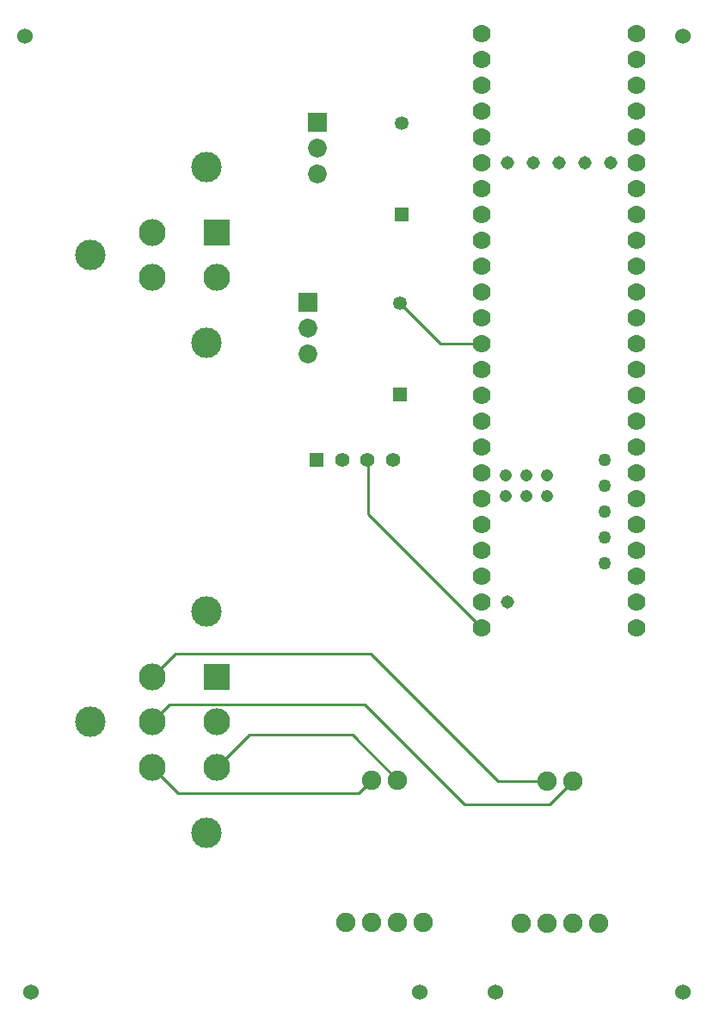
<source format=gbr>
%TF.GenerationSoftware,Altium Limited,Altium Designer,25.2.1 (25)*%
G04 Layer_Physical_Order=1*
G04 Layer_Color=255*
%FSLAX45Y45*%
%MOMM*%
%TF.SameCoordinates,263333B9-CEA0-44AE-B74E-27EC067FB1C6*%
%TF.FilePolarity,Positive*%
%TF.FileFunction,Copper,L1,Top,Signal*%
%TF.Part,Single*%
G01*
G75*
%TA.AperFunction,Conductor*%
%ADD10C,0.25400*%
%TA.AperFunction,ViaPad*%
%ADD11C,1.52400*%
%TA.AperFunction,ComponentPad*%
%ADD12C,2.99000*%
%ADD13C,2.64000*%
%ADD14R,2.64000X2.64000*%
%ADD15C,1.40000*%
%ADD16R,1.40000X1.40000*%
%ADD17C,1.77800*%
%ADD18C,1.30800*%
%ADD19C,1.20800*%
%ADD20C,1.25800*%
%ADD21C,1.85000*%
%ADD22R,1.85000X1.85000*%
%ADD23R,1.35000X1.35000*%
%ADD24C,1.35000*%
%ADD25C,1.90500*%
D10*
X3759200Y5077900D02*
X4876300Y3960800D01*
X3759200Y5077900D02*
Y5600700D01*
X1638300Y3034800D02*
X1808400Y3204900D01*
X3729300D01*
X4711700Y2222500D01*
X5549900D02*
X5778500Y2451100D01*
X4711700Y2222500D02*
X5549900D01*
X2591800Y2908300D02*
X3606800D01*
X4051300Y2463800D01*
X3670300Y2336800D02*
X3797300Y2463800D01*
X1891300Y2336800D02*
X3670300D01*
X1638300Y3479800D02*
X1866900Y3708400D01*
X3784600D01*
X5041900Y2451100D01*
X5524500D01*
X1638300Y2589800D02*
X1891300Y2336800D01*
X2273300Y2589800D02*
X2591800Y2908300D01*
X4876300Y3960800D02*
Y3982900D01*
X4477500Y6754800D02*
X4876300D01*
X4076700Y7155600D02*
X4477500Y6754800D01*
D11*
X5016500Y381000D02*
D03*
X4267200D02*
D03*
X6858000Y9779000D02*
D03*
Y381000D02*
D03*
X444500D02*
D03*
X381000Y9779000D02*
D03*
D12*
X1028300Y3034800D02*
D03*
X2171300Y4121800D02*
D03*
Y1947800D02*
D03*
X1028300Y7626100D02*
D03*
X2171300Y8491100D02*
D03*
Y6761100D02*
D03*
D13*
X1638300Y3479800D02*
D03*
Y2589800D02*
D03*
X2273300Y3034800D02*
D03*
Y2589800D02*
D03*
X1638300Y3034800D02*
D03*
Y7848600D02*
D03*
Y7403600D02*
D03*
X2273300D02*
D03*
D14*
Y3479800D02*
D03*
Y7848600D02*
D03*
D15*
X4007200Y5613400D02*
D03*
X3757200D02*
D03*
X3507200D02*
D03*
D16*
X3257200D02*
D03*
D17*
X6400300Y3960800D02*
D03*
Y4214800D02*
D03*
X4876300Y7516800D02*
D03*
X6400300Y4468800D02*
D03*
Y4722800D02*
D03*
Y4976800D02*
D03*
Y5230800D02*
D03*
Y5484800D02*
D03*
Y5738800D02*
D03*
Y5992800D02*
D03*
Y6246800D02*
D03*
Y6500800D02*
D03*
Y6754800D02*
D03*
Y7008800D02*
D03*
Y7262800D02*
D03*
Y7516800D02*
D03*
X4876300Y7262800D02*
D03*
Y7008800D02*
D03*
Y6754800D02*
D03*
Y6500800D02*
D03*
Y6246800D02*
D03*
Y5992800D02*
D03*
Y5738800D02*
D03*
Y5484800D02*
D03*
Y5230800D02*
D03*
Y4976800D02*
D03*
Y4722800D02*
D03*
Y4468800D02*
D03*
Y4214800D02*
D03*
Y3960800D02*
D03*
X6400300Y7770800D02*
D03*
Y8024800D02*
D03*
Y8278800D02*
D03*
Y8532800D02*
D03*
Y8786800D02*
D03*
Y9040800D02*
D03*
Y9294800D02*
D03*
Y9548800D02*
D03*
Y9802800D02*
D03*
X4876300D02*
D03*
Y9548800D02*
D03*
Y9294800D02*
D03*
Y9040800D02*
D03*
Y8786800D02*
D03*
Y8532800D02*
D03*
Y8278800D02*
D03*
Y8024800D02*
D03*
Y7770800D02*
D03*
D18*
X6146300Y8532800D02*
D03*
X5892300D02*
D03*
X5638300D02*
D03*
X5130300D02*
D03*
Y4214800D02*
D03*
X5384300Y8532800D02*
D03*
D19*
X5121300Y5457800D02*
D03*
Y5257800D02*
D03*
X5321300Y5457800D02*
D03*
X5521300D02*
D03*
X5321300Y5257800D02*
D03*
X5521300D02*
D03*
D20*
X6095300Y4595800D02*
D03*
Y4849800D02*
D03*
Y5103800D02*
D03*
Y5357800D02*
D03*
Y5611800D02*
D03*
D21*
X3168000Y6654800D02*
D03*
Y6908800D02*
D03*
X3263900Y8420100D02*
D03*
Y8674100D02*
D03*
D22*
X3168000Y7162800D02*
D03*
X3263900Y8928100D02*
D03*
D23*
X4076700Y6255600D02*
D03*
X4089400Y8020900D02*
D03*
D24*
X4076700Y7155600D02*
D03*
X4089400Y8920900D02*
D03*
D25*
X4051300Y2463800D02*
D03*
X3797300D02*
D03*
X3543300Y1066800D02*
D03*
X3797300D02*
D03*
X4051300D02*
D03*
X4305300D02*
D03*
X5778500Y2451100D02*
D03*
X5524500D02*
D03*
X5270500Y1054100D02*
D03*
X5524500D02*
D03*
X5778500D02*
D03*
X6032500D02*
D03*
%TF.MD5,9750dd2ded2e2e89fed7f793f8697acc*%
M02*

</source>
